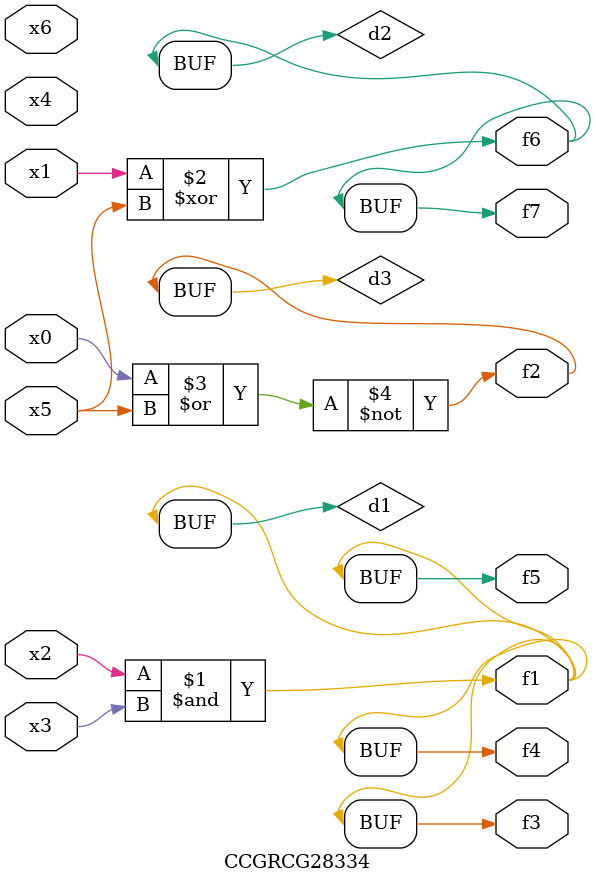
<source format=v>
module CCGRCG28334(
	input x0, x1, x2, x3, x4, x5, x6,
	output f1, f2, f3, f4, f5, f6, f7
);

	wire d1, d2, d3;

	and (d1, x2, x3);
	xor (d2, x1, x5);
	nor (d3, x0, x5);
	assign f1 = d1;
	assign f2 = d3;
	assign f3 = d1;
	assign f4 = d1;
	assign f5 = d1;
	assign f6 = d2;
	assign f7 = d2;
endmodule

</source>
